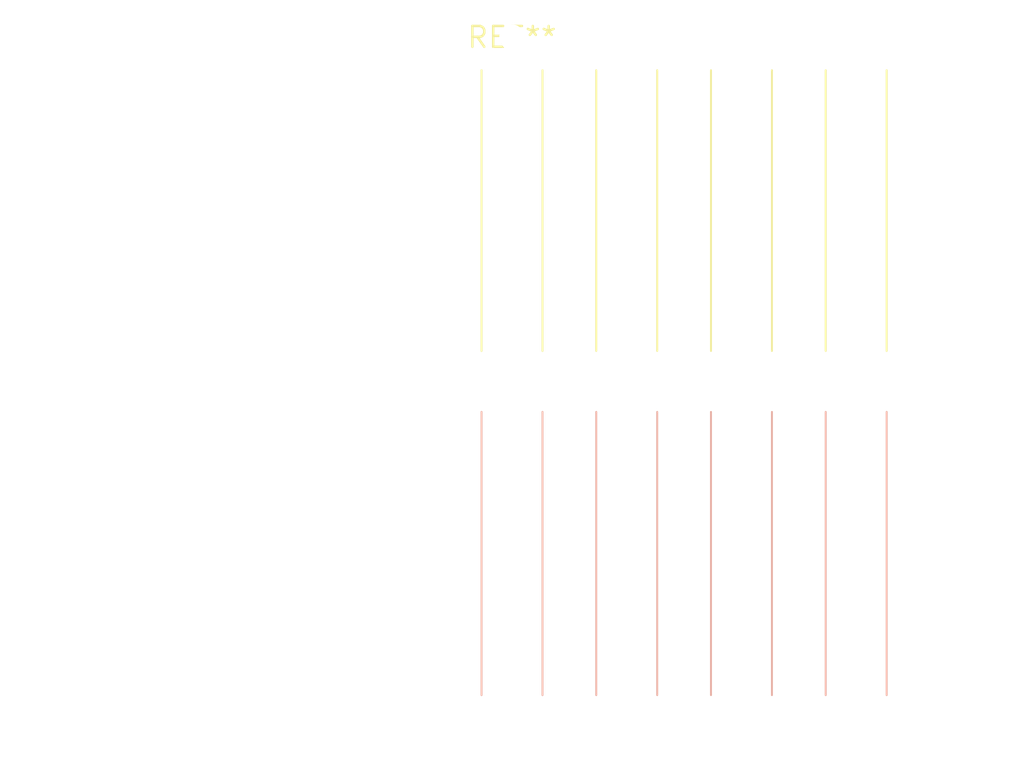
<source format=kicad_pcb>
(kicad_pcb (version 20240108) (generator pcbnew)
  (layers (0 "F.Cu" signal) (31 "B.Cu" signal) (34 "B.Paste" user) (35 "F.Paste" user) (36 "B.SilkS" user "B.Silkscreen") (37 "F.SilkS" user "F.Silkscreen") (38 "B.Mask" user) (39 "F.Mask" user) (44 "Edge.Cuts" user))
  (net 0 "")
  (footprint "SolderWire-0.75sqmm_1x04_P7mm_D1.25mm_OD3.5mm_Relief2x" (layer "F.Cu") (at 0 0)
    (property "Reference" "REF**")
    (property "Value" "SolderWire-0.75sqmm_1x04_P7mm_D1.25mm_OD3.5mm_Relief2x")
    (fp_line (start -1.86 22.86) (end -1.86 40.14) (layer "B.SilkS") (stroke (width 0.12)))
    (fp_line (start 1.86 22.86) (end 1.86 40.14) (layer "B.SilkS") (stroke (width 0.12)))
    (fp_line (start 5.14 22.86) (end 5.14 40.14) (layer "B.SilkS") (stroke (width 0.12)))
    (fp_line (start 8.86 22.86) (end 8.86 40.14) (layer "B.SilkS") (stroke (width 0.12)))
    (fp_line (start 12.14 22.86) (end 12.14 40.14) (layer "B.SilkS") (stroke (width 0.12)))
    (fp_line (start 15.86 22.86) (end 15.86 40.14) (layer "B.SilkS") (stroke (width 0.12)))
    (fp_line (start 19.14 22.86) (end 19.14 40.14) (layer "B.SilkS") (stroke (width 0.12)))
    (fp_line (start 22.86 22.86) (end 22.86 40.14) (layer "B.SilkS") (stroke (width 0.12)))
    (fp_line (start -1.86 2.01) (end -1.86 19.14) (layer "F.SilkS") (stroke (width 0.12)))
    (fp_line (start 1.86 2.01) (end 1.86 19.14) (layer "F.SilkS") (stroke (width 0.12)))
    (fp_line (start 5.14 2.01) (end 5.14 19.14) (layer "F.SilkS") (stroke (width 0.12)))
    (fp_line (start 8.86 2.01) (end 8.86 19.14) (layer "F.SilkS") (stroke (width 0.12)))
    (fp_line (start 12.14 2.01) (end 12.14 19.14) (layer "F.SilkS") (stroke (width 0.12)))
    (fp_line (start 15.86 2.01) (end 15.86 19.14) (layer "F.SilkS") (stroke (width 0.12)))
    (fp_line (start 19.14 2.01) (end 19.14 19.14) (layer "F.SilkS") (stroke (width 0.12)))
    (fp_line (start 22.86 2.01) (end 22.86 19.14) (layer "F.SilkS") (stroke (width 0.12)))
    (pad "" np_thru_hole circle (at 0 21) (size 4 4) (drill 4) (layers *.Cu *.Mask))
    (pad "" np_thru_hole circle (at 0 42) (size 4 4) (drill 4) (layers *.Cu *.Mask))
    (pad "" np_thru_hole circle (at 7 21) (size 4 4) (drill 4) (layers *.Cu *.Mask))
    (pad "" np_thru_hole circle (at 7 42) (size 4 4) (drill 4) (layers *.Cu *.Mask))
    (pad "" np_thru_hole circle (at 14 21) (size 4 4) (drill 4) (layers *.Cu *.Mask))
    (pad "" np_thru_hole circle (at 14 42) (size 4 4) (drill 4) (layers *.Cu *.Mask))
    (pad "" np_thru_hole circle (at 21 21) (size 4 4) (drill 4) (layers *.Cu *.Mask))
    (pad "" np_thru_hole circle (at 21 42) (size 4 4) (drill 4) (layers *.Cu *.Mask))
    (pad "1" thru_hole roundrect (at 0 0) (size 3.5 3.5) (drill 1.55) (layers *.Cu *.Mask) (remove_unused_layers) (roundrect_rratio 0.071429))
    (pad "2" thru_hole circle (at 7 0) (size 3.5 3.5) (drill 1.55) (layers *.Cu *.Mask) (remove_unused_layers))
    (pad "3" thru_hole circle (at 14 0) (size 3.5 3.5) (drill 1.55) (layers *.Cu *.Mask) (remove_unused_layers))
    (pad "4" thru_hole circle (at 21 0) (size 3.5 3.5) (drill 1.55) (layers *.Cu *.Mask) (remove_unused_layers))
  )
)
</source>
